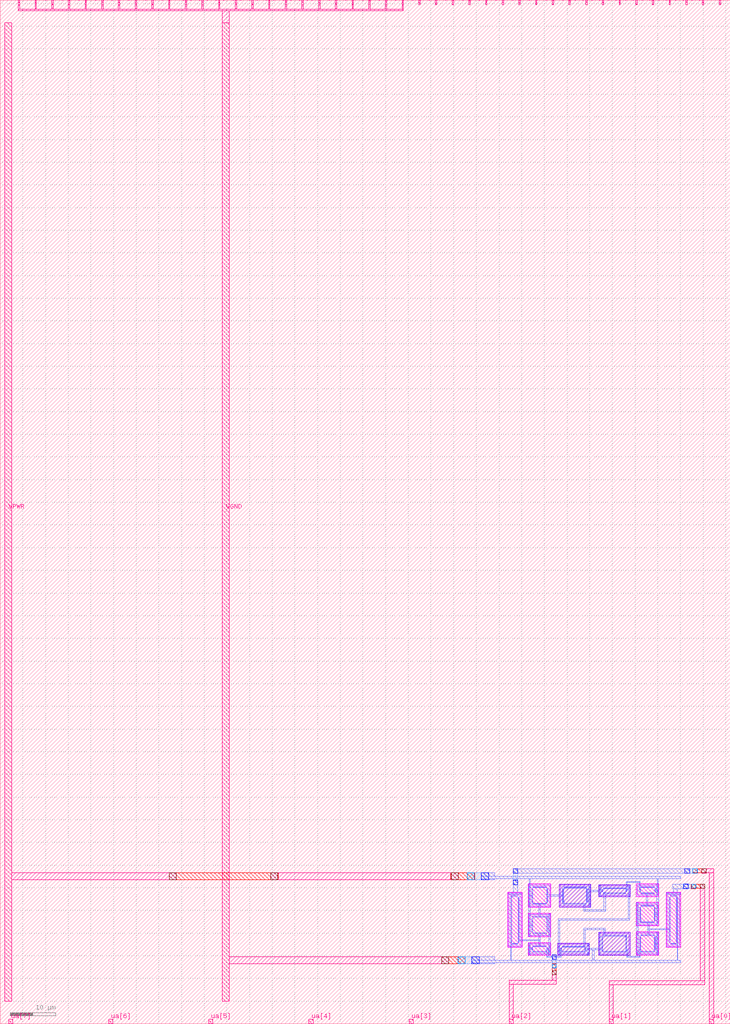
<source format=lef>
VERSION 5.7 ;
  NOWIREEXTENSIONATPIN ON ;
  DIVIDERCHAR "/" ;
  BUSBITCHARS "[]" ;
MACRO tt_um_Saitama224_comp
  CLASS BLOCK ;
  FOREIGN tt_um_Saitama224_comp ;
  ORIGIN 0.000 0.000 ;
  SIZE 161.000 BY 225.760 ;
  PIN clk
    DIRECTION INPUT ;
    USE SIGNAL ;
    PORT
      LAYER met4 ;
        RECT 154.870 224.760 155.170 225.760 ;
    END
  END clk
  PIN ena
    DIRECTION INPUT ;
    USE SIGNAL ;
    PORT
      LAYER met4 ;
        RECT 158.550 224.760 158.850 225.760 ;
    END
  END ena
  PIN rst_n
    DIRECTION INPUT ;
    USE SIGNAL ;
    PORT
      LAYER met4 ;
        RECT 151.190 224.760 151.490 225.760 ;
    END
  END rst_n
  PIN ua[0]
    DIRECTION INOUT ;
    USE SIGNAL ;
    PORT
      LAYER met4 ;
        RECT 156.410 0.000 157.310 1.000 ;
    END
  END ua[0]
  PIN ua[1]
    DIRECTION INOUT ;
    USE SIGNAL ;
    PORT
      LAYER met4 ;
        RECT 134.330 0.000 135.230 1.000 ;
    END
  END ua[1]
  PIN ua[2]
    DIRECTION INOUT ;
    USE SIGNAL ;
    PORT
      LAYER met4 ;
        RECT 112.250 0.000 113.150 1.000 ;
    END
  END ua[2]
  PIN ua[3]
    DIRECTION INOUT ;
    USE SIGNAL ;
    PORT
      LAYER met4 ;
        RECT 90.170 0.000 91.070 1.000 ;
    END
  END ua[3]
  PIN ua[4]
    DIRECTION INOUT ;
    USE SIGNAL ;
    PORT
      LAYER met4 ;
        RECT 68.090 0.000 68.990 1.000 ;
    END
  END ua[4]
  PIN ua[5]
    DIRECTION INOUT ;
    USE SIGNAL ;
    PORT
      LAYER met4 ;
        RECT 46.010 0.000 46.910 1.000 ;
    END
  END ua[5]
  PIN ua[6]
    DIRECTION INOUT ;
    USE SIGNAL ;
    PORT
      LAYER met4 ;
        RECT 23.930 0.000 24.830 1.000 ;
    END
  END ua[6]
  PIN ua[7]
    DIRECTION INOUT ;
    USE SIGNAL ;
    PORT
      LAYER met4 ;
        RECT 1.850 0.000 2.750 1.000 ;
    END
  END ua[7]
  PIN ui_in[0]
    DIRECTION INPUT ;
    USE SIGNAL ;
    PORT
      LAYER met4 ;
        RECT 147.510 224.760 147.810 225.760 ;
    END
  END ui_in[0]
  PIN ui_in[1]
    DIRECTION INPUT ;
    USE SIGNAL ;
    PORT
      LAYER met4 ;
        RECT 143.830 224.760 144.130 225.760 ;
    END
  END ui_in[1]
  PIN ui_in[2]
    DIRECTION INPUT ;
    USE SIGNAL ;
    PORT
      LAYER met4 ;
        RECT 140.150 224.760 140.450 225.760 ;
    END
  END ui_in[2]
  PIN ui_in[3]
    DIRECTION INPUT ;
    USE SIGNAL ;
    PORT
      LAYER met4 ;
        RECT 136.470 224.760 136.770 225.760 ;
    END
  END ui_in[3]
  PIN ui_in[4]
    DIRECTION INPUT ;
    USE SIGNAL ;
    PORT
      LAYER met4 ;
        RECT 132.790 224.760 133.090 225.760 ;
    END
  END ui_in[4]
  PIN ui_in[5]
    DIRECTION INPUT ;
    USE SIGNAL ;
    PORT
      LAYER met4 ;
        RECT 129.110 224.760 129.410 225.760 ;
    END
  END ui_in[5]
  PIN ui_in[6]
    DIRECTION INPUT ;
    USE SIGNAL ;
    PORT
      LAYER met4 ;
        RECT 125.430 224.760 125.730 225.760 ;
    END
  END ui_in[6]
  PIN ui_in[7]
    DIRECTION INPUT ;
    USE SIGNAL ;
    PORT
      LAYER met4 ;
        RECT 121.750 224.760 122.050 225.760 ;
    END
  END ui_in[7]
  PIN uio_in[0]
    DIRECTION INPUT ;
    USE SIGNAL ;
    PORT
      LAYER met4 ;
        RECT 118.070 224.760 118.370 225.760 ;
    END
  END uio_in[0]
  PIN uio_in[1]
    DIRECTION INPUT ;
    USE SIGNAL ;
    PORT
      LAYER met4 ;
        RECT 114.390 224.760 114.690 225.760 ;
    END
  END uio_in[1]
  PIN uio_in[2]
    DIRECTION INPUT ;
    USE SIGNAL ;
    PORT
      LAYER met4 ;
        RECT 110.710 224.760 111.010 225.760 ;
    END
  END uio_in[2]
  PIN uio_in[3]
    DIRECTION INPUT ;
    USE SIGNAL ;
    PORT
      LAYER met4 ;
        RECT 107.030 224.760 107.330 225.760 ;
    END
  END uio_in[3]
  PIN uio_in[4]
    DIRECTION INPUT ;
    USE SIGNAL ;
    PORT
      LAYER met4 ;
        RECT 103.350 224.760 103.650 225.760 ;
    END
  END uio_in[4]
  PIN uio_in[5]
    DIRECTION INPUT ;
    USE SIGNAL ;
    PORT
      LAYER met4 ;
        RECT 99.670 224.760 99.970 225.760 ;
    END
  END uio_in[5]
  PIN uio_in[6]
    DIRECTION INPUT ;
    USE SIGNAL ;
    PORT
      LAYER met4 ;
        RECT 95.990 224.760 96.290 225.760 ;
    END
  END uio_in[6]
  PIN uio_in[7]
    DIRECTION INPUT ;
    USE SIGNAL ;
    PORT
      LAYER met4 ;
        RECT 92.310 224.760 92.610 225.760 ;
    END
  END uio_in[7]
  PIN uio_oe[0]
    DIRECTION OUTPUT TRISTATE ;
    USE SIGNAL ;
    PORT
      LAYER met4 ;
        RECT 29.750 224.760 30.050 225.760 ;
    END
  END uio_oe[0]
  PIN uio_oe[1]
    DIRECTION OUTPUT TRISTATE ;
    USE SIGNAL ;
    PORT
      LAYER met4 ;
        RECT 26.070 224.760 26.370 225.760 ;
    END
  END uio_oe[1]
  PIN uio_oe[2]
    DIRECTION OUTPUT TRISTATE ;
    USE SIGNAL ;
    PORT
      LAYER met4 ;
        RECT 22.390 224.760 22.690 225.760 ;
    END
  END uio_oe[2]
  PIN uio_oe[3]
    DIRECTION OUTPUT TRISTATE ;
    USE SIGNAL ;
    PORT
      LAYER met4 ;
        RECT 18.710 224.760 19.010 225.760 ;
    END
  END uio_oe[3]
  PIN uio_oe[4]
    DIRECTION OUTPUT TRISTATE ;
    USE SIGNAL ;
    PORT
      LAYER met4 ;
        RECT 15.030 224.760 15.330 225.760 ;
    END
  END uio_oe[4]
  PIN uio_oe[5]
    DIRECTION OUTPUT TRISTATE ;
    USE SIGNAL ;
    PORT
      LAYER met4 ;
        RECT 11.350 224.760 11.650 225.760 ;
    END
  END uio_oe[5]
  PIN uio_oe[6]
    DIRECTION OUTPUT TRISTATE ;
    USE SIGNAL ;
    PORT
      LAYER met4 ;
        RECT 7.670 224.760 7.970 225.760 ;
    END
  END uio_oe[6]
  PIN uio_oe[7]
    DIRECTION OUTPUT TRISTATE ;
    USE SIGNAL ;
    PORT
      LAYER met4 ;
        RECT 3.990 224.760 4.290 225.760 ;
    END
  END uio_oe[7]
  PIN uio_out[0]
    DIRECTION OUTPUT TRISTATE ;
    USE SIGNAL ;
    PORT
      LAYER met4 ;
        RECT 59.190 224.760 59.490 225.760 ;
    END
  END uio_out[0]
  PIN uio_out[1]
    DIRECTION OUTPUT TRISTATE ;
    USE SIGNAL ;
    PORT
      LAYER met4 ;
        RECT 55.510 224.760 55.810 225.760 ;
    END
  END uio_out[1]
  PIN uio_out[2]
    DIRECTION OUTPUT TRISTATE ;
    USE SIGNAL ;
    PORT
      LAYER met4 ;
        RECT 51.830 224.760 52.130 225.760 ;
    END
  END uio_out[2]
  PIN uio_out[3]
    DIRECTION OUTPUT TRISTATE ;
    USE SIGNAL ;
    PORT
      LAYER met4 ;
        RECT 48.150 224.760 48.450 225.760 ;
    END
  END uio_out[3]
  PIN uio_out[4]
    DIRECTION OUTPUT TRISTATE ;
    USE SIGNAL ;
    PORT
      LAYER met4 ;
        RECT 44.470 224.760 44.770 225.760 ;
    END
  END uio_out[4]
  PIN uio_out[5]
    DIRECTION OUTPUT TRISTATE ;
    USE SIGNAL ;
    PORT
      LAYER met4 ;
        RECT 40.790 224.760 41.090 225.760 ;
    END
  END uio_out[5]
  PIN uio_out[6]
    DIRECTION OUTPUT TRISTATE ;
    USE SIGNAL ;
    PORT
      LAYER met4 ;
        RECT 37.110 224.760 37.410 225.760 ;
    END
  END uio_out[6]
  PIN uio_out[7]
    DIRECTION OUTPUT TRISTATE ;
    USE SIGNAL ;
    PORT
      LAYER met4 ;
        RECT 33.430 224.760 33.730 225.760 ;
    END
  END uio_out[7]
  PIN uo_out[0]
    DIRECTION OUTPUT TRISTATE ;
    USE SIGNAL ;
    PORT
      LAYER met4 ;
        RECT 88.630 224.760 88.930 225.760 ;
    END
  END uo_out[0]
  PIN uo_out[1]
    DIRECTION OUTPUT TRISTATE ;
    USE SIGNAL ;
    PORT
      LAYER met4 ;
        RECT 84.950 224.760 85.250 225.760 ;
    END
  END uo_out[1]
  PIN uo_out[2]
    DIRECTION OUTPUT TRISTATE ;
    USE SIGNAL ;
    PORT
      LAYER met4 ;
        RECT 81.270 224.760 81.570 225.760 ;
    END
  END uo_out[2]
  PIN uo_out[3]
    DIRECTION OUTPUT TRISTATE ;
    USE SIGNAL ;
    PORT
      LAYER met4 ;
        RECT 77.590 224.760 77.890 225.760 ;
    END
  END uo_out[3]
  PIN uo_out[4]
    DIRECTION OUTPUT TRISTATE ;
    USE SIGNAL ;
    PORT
      LAYER met4 ;
        RECT 73.910 224.760 74.210 225.760 ;
    END
  END uo_out[4]
  PIN uo_out[5]
    DIRECTION OUTPUT TRISTATE ;
    USE SIGNAL ;
    PORT
      LAYER met4 ;
        RECT 70.230 224.760 70.530 225.760 ;
    END
  END uo_out[5]
  PIN uo_out[6]
    DIRECTION OUTPUT TRISTATE ;
    USE SIGNAL ;
    PORT
      LAYER met4 ;
        RECT 66.550 224.760 66.850 225.760 ;
    END
  END uo_out[6]
  PIN uo_out[7]
    DIRECTION OUTPUT TRISTATE ;
    USE SIGNAL ;
    PORT
      LAYER met4 ;
        RECT 62.870 224.760 63.170 225.760 ;
    END
  END uo_out[7]
  PIN VPWR
    DIRECTION INOUT ;
    USE POWER ;
    PORT
      LAYER met4 ;
        RECT 1.000 5.000 2.500 220.760 ;
    END
  END VPWR
  PIN VGND
    DIRECTION INOUT ;
    USE GROUND ;
    PORT
      LAYER met4 ;
        RECT 49.000 5.000 50.500 220.760 ;
    END
  END VGND
  OBS
      LAYER nwell ;
        RECT 111.890 16.830 115.150 29.020 ;
        RECT 116.480 25.650 121.440 30.840 ;
      LAYER pwell ;
        RECT 123.280 25.720 130.240 30.820 ;
        RECT 131.970 28.030 138.930 30.700 ;
      LAYER nwell ;
        RECT 140.290 28.050 145.250 30.840 ;
        RECT 116.485 19.185 121.445 24.375 ;
        RECT 140.270 21.570 145.230 26.760 ;
        RECT 116.470 15.110 121.430 17.900 ;
      LAYER pwell ;
        RECT 122.930 15.100 129.890 17.770 ;
        RECT 131.950 15.090 138.910 20.190 ;
      LAYER nwell ;
        RECT 140.280 15.100 145.240 20.290 ;
        RECT 146.830 16.830 150.090 29.020 ;
      LAYER li1 ;
        RECT 116.660 30.490 121.260 30.660 ;
        RECT 116.660 30.180 116.830 30.490 ;
        RECT 112.550 28.840 114.500 28.860 ;
        RECT 112.070 28.670 114.970 28.840 ;
        RECT 112.070 17.180 112.240 28.670 ;
        RECT 112.550 28.640 114.500 28.670 ;
        RECT 112.870 28.160 114.170 28.330 ;
        RECT 112.640 17.905 112.810 27.945 ;
        RECT 114.230 17.905 114.400 27.945 ;
        RECT 112.870 17.520 114.170 17.690 ;
        RECT 114.800 17.180 114.970 28.670 ;
        RECT 116.630 26.310 116.850 30.180 ;
        RECT 117.460 29.980 120.460 30.150 ;
        RECT 117.230 26.725 117.400 29.765 ;
        RECT 120.520 26.725 120.690 29.765 ;
        RECT 117.460 26.340 120.460 26.510 ;
        RECT 116.660 26.000 116.830 26.310 ;
        RECT 121.090 26.000 121.260 30.490 ;
        RECT 116.660 25.830 121.260 26.000 ;
        RECT 123.460 30.470 130.060 30.640 ;
        RECT 123.460 26.070 123.630 30.470 ;
        RECT 129.890 30.160 130.060 30.470 ;
        RECT 132.150 30.350 138.750 30.520 ;
        RECT 124.260 29.960 129.260 30.130 ;
        RECT 124.030 26.750 124.200 29.790 ;
        RECT 129.320 26.750 129.490 29.790 ;
        RECT 124.260 26.410 129.260 26.580 ;
        RECT 129.860 26.380 130.090 30.160 ;
        RECT 132.150 30.040 132.320 30.350 ;
        RECT 138.580 30.040 138.750 30.350 ;
        RECT 140.470 30.490 145.070 30.660 ;
        RECT 132.120 28.690 132.340 30.040 ;
        RECT 132.950 29.840 137.950 30.010 ;
        RECT 132.720 29.060 132.890 29.670 ;
        RECT 138.010 29.060 138.180 29.670 ;
        RECT 132.950 28.720 137.950 28.890 ;
        RECT 138.550 28.690 138.790 30.040 ;
        RECT 132.150 28.380 132.320 28.690 ;
        RECT 138.580 28.380 138.750 28.690 ;
        RECT 132.150 28.210 138.750 28.380 ;
        RECT 140.470 28.400 140.640 30.490 ;
        RECT 144.900 30.180 145.070 30.490 ;
        RECT 141.270 29.980 144.270 30.150 ;
        RECT 141.040 29.125 141.210 29.765 ;
        RECT 144.330 29.125 144.500 29.765 ;
        RECT 141.270 28.740 144.270 28.910 ;
        RECT 144.870 28.710 145.100 30.180 ;
        RECT 147.490 28.840 149.430 28.860 ;
        RECT 144.900 28.400 145.070 28.710 ;
        RECT 140.470 28.230 145.070 28.400 ;
        RECT 147.010 28.670 149.910 28.840 ;
        RECT 140.450 26.410 145.050 26.580 ;
        RECT 129.890 26.070 130.060 26.380 ;
        RECT 140.450 26.100 140.620 26.410 ;
        RECT 144.880 26.100 145.050 26.410 ;
        RECT 123.460 25.900 130.060 26.070 ;
        RECT 116.665 24.025 121.265 24.195 ;
        RECT 116.665 23.720 116.835 24.025 ;
        RECT 121.095 23.720 121.265 24.025 ;
        RECT 116.640 19.840 116.860 23.720 ;
        RECT 117.465 23.515 120.465 23.685 ;
        RECT 117.235 20.260 117.405 23.300 ;
        RECT 120.525 20.260 120.695 23.300 ;
        RECT 117.465 19.875 120.465 20.045 ;
        RECT 121.080 19.840 121.290 23.720 ;
        RECT 140.420 22.230 140.650 26.100 ;
        RECT 141.250 25.900 144.250 26.070 ;
        RECT 141.020 22.645 141.190 25.685 ;
        RECT 144.310 22.645 144.480 25.685 ;
        RECT 141.250 22.260 144.250 22.430 ;
        RECT 144.850 22.230 145.080 26.100 ;
        RECT 140.450 21.920 140.620 22.230 ;
        RECT 144.880 21.920 145.050 22.230 ;
        RECT 140.450 21.750 145.050 21.920 ;
        RECT 132.130 19.840 138.730 20.010 ;
        RECT 116.665 19.535 116.835 19.840 ;
        RECT 121.095 19.535 121.265 19.840 ;
        RECT 116.665 19.365 121.265 19.535 ;
        RECT 132.130 19.530 132.300 19.840 ;
        RECT 116.650 17.550 121.250 17.720 ;
        RECT 116.650 17.240 116.820 17.550 ;
        RECT 121.080 17.240 121.250 17.550 ;
        RECT 123.110 17.420 129.710 17.590 ;
        RECT 112.070 17.010 114.970 17.180 ;
        RECT 116.630 15.770 116.850 17.240 ;
        RECT 117.450 17.040 120.450 17.210 ;
        RECT 117.220 16.185 117.390 16.825 ;
        RECT 120.510 16.185 120.680 16.825 ;
        RECT 117.450 15.800 120.450 15.970 ;
        RECT 121.060 15.770 121.280 17.240 ;
        RECT 123.110 17.110 123.280 17.420 ;
        RECT 129.540 17.110 129.710 17.420 ;
        RECT 116.650 15.460 116.820 15.770 ;
        RECT 121.080 15.460 121.250 15.770 ;
        RECT 123.060 15.760 123.320 17.110 ;
        RECT 123.910 16.910 128.910 17.080 ;
        RECT 123.680 16.130 123.850 16.740 ;
        RECT 128.970 16.130 129.140 16.740 ;
        RECT 123.910 15.790 128.910 15.960 ;
        RECT 129.510 15.760 129.750 17.110 ;
        RECT 116.650 15.290 121.250 15.460 ;
        RECT 123.110 15.450 123.280 15.760 ;
        RECT 129.540 15.450 129.710 15.760 ;
        RECT 132.110 15.750 132.330 19.530 ;
        RECT 132.930 19.330 137.930 19.500 ;
        RECT 132.700 16.120 132.870 19.160 ;
        RECT 137.990 16.120 138.160 19.160 ;
        RECT 132.930 15.780 137.930 15.950 ;
        RECT 123.110 15.280 129.710 15.450 ;
        RECT 132.130 15.440 132.300 15.750 ;
        RECT 138.560 15.440 138.730 19.840 ;
        RECT 140.460 19.940 145.060 20.110 ;
        RECT 140.460 19.630 140.630 19.940 ;
        RECT 144.890 19.630 145.060 19.940 ;
        RECT 140.430 15.760 140.660 19.630 ;
        RECT 141.260 19.430 144.260 19.600 ;
        RECT 141.030 16.175 141.200 19.215 ;
        RECT 144.320 16.175 144.490 19.215 ;
        RECT 141.260 15.790 144.260 15.960 ;
        RECT 144.870 15.760 145.080 19.630 ;
        RECT 147.010 17.180 147.180 28.670 ;
        RECT 147.490 28.650 149.430 28.670 ;
        RECT 147.810 28.160 149.110 28.330 ;
        RECT 147.580 17.905 147.750 27.945 ;
        RECT 149.170 17.905 149.340 27.945 ;
        RECT 147.810 17.520 149.110 17.690 ;
        RECT 149.740 17.180 149.910 28.670 ;
        RECT 147.010 17.010 149.910 17.180 ;
        RECT 132.130 15.270 138.730 15.440 ;
        RECT 140.460 15.450 140.630 15.760 ;
        RECT 144.890 15.450 145.060 15.760 ;
        RECT 140.460 15.280 145.060 15.450 ;
      LAYER mcon ;
        RECT 112.950 28.160 114.090 28.330 ;
        RECT 112.640 17.985 112.810 27.865 ;
        RECT 114.230 17.985 114.400 27.865 ;
        RECT 112.950 17.520 114.090 17.690 ;
        RECT 116.630 26.310 116.850 30.180 ;
        RECT 117.540 29.980 120.380 30.150 ;
        RECT 117.230 26.805 117.400 29.685 ;
        RECT 120.520 26.805 120.690 29.685 ;
        RECT 117.540 26.340 120.380 26.510 ;
        RECT 124.340 29.960 129.180 30.130 ;
        RECT 124.030 26.830 124.200 29.710 ;
        RECT 129.320 26.830 129.490 29.710 ;
        RECT 124.340 26.410 129.180 26.580 ;
        RECT 129.860 26.380 130.090 30.160 ;
        RECT 132.120 28.690 132.340 30.040 ;
        RECT 133.030 29.840 137.870 30.010 ;
        RECT 132.720 29.140 132.890 29.590 ;
        RECT 138.010 29.140 138.180 29.590 ;
        RECT 133.030 28.720 137.870 28.890 ;
        RECT 138.550 28.690 138.790 30.040 ;
        RECT 141.350 29.980 144.190 30.150 ;
        RECT 141.040 29.205 141.210 29.685 ;
        RECT 144.330 29.205 144.500 29.685 ;
        RECT 141.350 28.740 144.190 28.910 ;
        RECT 144.870 28.710 145.100 30.180 ;
        RECT 117.545 23.515 120.385 23.685 ;
        RECT 117.235 20.340 117.405 23.220 ;
        RECT 120.525 20.340 120.695 23.220 ;
        RECT 117.545 19.875 120.385 20.045 ;
        RECT 140.420 22.230 140.650 26.100 ;
        RECT 141.330 25.900 144.170 26.070 ;
        RECT 141.020 22.725 141.190 25.605 ;
        RECT 144.310 22.725 144.480 25.605 ;
        RECT 141.330 22.260 144.170 22.430 ;
        RECT 144.850 22.230 145.080 26.100 ;
        RECT 116.630 15.770 116.850 17.240 ;
        RECT 117.530 17.040 120.370 17.210 ;
        RECT 117.220 16.265 117.390 16.745 ;
        RECT 120.510 16.265 120.680 16.745 ;
        RECT 117.530 15.800 120.370 15.970 ;
        RECT 121.060 15.770 121.280 17.240 ;
        RECT 123.060 15.760 123.320 17.110 ;
        RECT 123.990 16.910 128.830 17.080 ;
        RECT 123.680 16.210 123.850 16.660 ;
        RECT 128.970 16.210 129.140 16.660 ;
        RECT 123.990 15.790 128.830 15.960 ;
        RECT 129.510 15.760 129.750 17.110 ;
        RECT 132.110 15.750 132.330 19.530 ;
        RECT 133.010 19.330 137.850 19.500 ;
        RECT 132.700 16.200 132.870 19.080 ;
        RECT 137.990 16.200 138.160 19.080 ;
        RECT 133.010 15.780 137.850 15.950 ;
        RECT 140.430 15.760 140.660 19.630 ;
        RECT 141.340 19.430 144.180 19.600 ;
        RECT 141.030 16.255 141.200 19.135 ;
        RECT 144.320 16.255 144.490 19.135 ;
        RECT 141.340 15.790 144.180 15.960 ;
        RECT 144.870 15.760 145.080 19.630 ;
        RECT 147.890 28.160 149.030 28.330 ;
        RECT 147.580 17.985 147.750 27.865 ;
        RECT 149.170 17.985 149.340 27.865 ;
        RECT 147.890 17.520 149.030 17.690 ;
      LAYER met1 ;
        RECT 151.020 34.210 152.020 34.240 ;
        RECT 106.040 32.530 109.030 33.350 ;
        RECT 113.090 33.210 152.020 34.210 ;
        RECT 151.020 33.180 152.020 33.210 ;
        RECT 106.040 32.000 150.080 32.530 ;
        RECT 106.040 31.730 109.030 32.000 ;
        RECT 113.120 28.960 114.120 31.710 ;
        RECT 116.630 30.720 116.870 32.000 ;
        RECT 138.080 31.180 141.140 31.370 ;
        RECT 111.970 28.580 115.080 28.960 ;
        RECT 116.570 28.370 116.920 30.720 ;
        RECT 117.480 29.950 120.440 30.180 ;
        RECT 124.280 29.930 129.240 30.160 ;
        RECT 117.200 28.370 117.430 29.745 ;
        RECT 112.890 28.340 114.150 28.360 ;
        RECT 112.630 28.130 114.150 28.340 ;
        RECT 116.570 28.140 117.430 28.370 ;
        RECT 112.630 27.925 112.930 28.130 ;
        RECT 112.610 27.900 112.930 27.925 ;
        RECT 112.610 18.080 112.840 27.900 ;
        RECT 112.540 17.925 112.840 18.080 ;
        RECT 114.200 18.550 114.430 27.925 ;
        RECT 116.570 21.870 116.920 28.140 ;
        RECT 117.200 26.745 117.430 28.140 ;
        RECT 120.490 28.430 120.720 29.745 ;
        RECT 124.000 28.430 124.230 29.770 ;
        RECT 120.490 28.170 124.230 28.430 ;
        RECT 120.490 26.745 120.720 28.170 ;
        RECT 124.000 26.990 124.230 28.170 ;
        RECT 129.290 29.460 129.520 29.770 ;
        RECT 129.820 29.460 130.170 30.740 ;
        RECT 132.060 29.460 132.410 30.600 ;
        RECT 132.970 29.810 137.930 30.040 ;
        RECT 138.080 29.650 138.300 31.180 ;
        RECT 132.690 29.460 132.920 29.650 ;
        RECT 129.290 29.150 132.920 29.460 ;
        RECT 124.000 26.770 124.430 26.990 ;
        RECT 129.290 26.770 129.520 29.150 ;
        RECT 124.090 26.610 124.430 26.770 ;
        RECT 117.480 26.310 120.440 26.540 ;
        RECT 124.090 26.390 129.240 26.610 ;
        RECT 124.280 26.380 129.240 26.390 ;
        RECT 118.750 23.715 119.050 26.310 ;
        RECT 128.710 25.190 129.050 26.380 ;
        RECT 129.820 25.840 130.170 29.150 ;
        RECT 132.060 28.140 132.410 29.150 ;
        RECT 132.690 29.080 132.920 29.150 ;
        RECT 137.980 29.560 138.300 29.650 ;
        RECT 137.980 29.080 138.210 29.560 ;
        RECT 133.150 28.920 133.510 28.950 ;
        RECT 132.970 28.690 137.930 28.920 ;
        RECT 133.150 25.190 133.510 28.690 ;
        RECT 138.490 28.130 138.870 30.610 ;
        RECT 140.920 29.745 141.140 31.180 ;
        RECT 144.900 30.740 145.140 32.000 ;
        RECT 150.700 30.810 151.700 30.840 ;
        RECT 141.290 29.950 144.250 30.180 ;
        RECT 140.920 29.560 141.240 29.745 ;
        RECT 141.010 29.460 141.240 29.560 ;
        RECT 144.300 29.510 144.530 29.745 ;
        RECT 144.810 29.510 145.180 30.740 ;
        RECT 148.365 29.810 151.700 30.810 ;
        RECT 141.010 29.200 141.250 29.460 ;
        RECT 144.300 29.300 145.180 29.510 ;
        RECT 141.010 29.145 141.240 29.200 ;
        RECT 144.300 29.145 144.530 29.300 ;
        RECT 141.290 28.710 144.250 28.940 ;
        RECT 128.710 24.820 133.510 25.190 ;
        RECT 128.710 24.810 129.050 24.820 ;
        RECT 117.485 23.700 120.445 23.715 ;
        RECT 117.485 23.485 120.710 23.700 ;
        RECT 120.380 23.280 120.710 23.485 ;
        RECT 117.205 21.870 117.435 23.280 ;
        RECT 120.380 23.040 120.725 23.280 ;
        RECT 116.570 21.650 117.435 21.870 ;
        RECT 116.570 19.310 116.920 21.650 ;
        RECT 117.205 20.280 117.435 21.650 ;
        RECT 120.495 20.280 120.725 23.040 ;
        RECT 117.485 19.845 120.445 20.075 ;
        RECT 118.750 18.550 119.050 19.845 ;
        RECT 114.200 18.290 119.050 18.550 ;
        RECT 114.200 17.925 114.430 18.290 ;
        RECT 104.000 14.030 109.020 14.830 ;
        RECT 112.540 14.030 112.740 17.925 ;
        RECT 112.890 17.490 114.150 17.720 ;
        RECT 116.570 16.610 116.920 17.770 ;
        RECT 118.750 17.240 119.050 18.290 ;
        RECT 117.470 17.010 120.430 17.240 ;
        RECT 117.190 16.610 117.420 16.805 ;
        RECT 116.570 16.400 117.420 16.610 ;
        RECT 116.570 15.250 116.920 16.400 ;
        RECT 117.190 16.205 117.420 16.400 ;
        RECT 120.480 16.510 120.710 16.805 ;
        RECT 120.480 16.205 120.820 16.510 ;
        RECT 117.470 15.770 120.430 16.000 ;
        RECT 120.580 14.940 120.820 16.205 ;
        RECT 121.020 15.200 121.340 24.310 ;
        RECT 138.540 23.120 138.810 28.130 ;
        RECT 123.030 22.780 138.810 23.120 ;
        RECT 123.030 17.670 123.350 22.780 ;
        RECT 128.650 20.740 133.450 21.110 ;
        RECT 122.980 15.210 123.370 17.670 ;
        RECT 128.650 17.110 129.010 20.740 ;
        RECT 123.930 16.980 129.010 17.110 ;
        RECT 123.930 16.880 128.890 16.980 ;
        RECT 123.650 16.510 123.880 16.720 ;
        RECT 123.530 16.150 123.880 16.510 ;
        RECT 128.940 16.620 129.170 16.720 ;
        RECT 129.470 16.620 129.840 17.670 ;
        RECT 132.050 16.620 132.370 20.120 ;
        RECT 133.110 19.530 133.450 20.740 ;
        RECT 132.950 19.520 137.910 19.530 ;
        RECT 132.950 19.300 138.150 19.520 ;
        RECT 137.810 19.140 138.150 19.300 ;
        RECT 132.670 16.620 132.900 19.140 ;
        RECT 137.810 19.030 138.190 19.140 ;
        RECT 128.940 16.310 132.900 16.620 ;
        RECT 128.940 16.150 129.170 16.310 ;
        RECT 121.700 14.940 122.660 15.210 ;
        RECT 123.530 14.940 123.770 16.150 ;
        RECT 123.930 15.760 128.890 15.990 ;
        RECT 129.470 15.200 129.840 16.310 ;
        RECT 120.580 14.680 123.770 14.940 ;
        RECT 121.700 14.250 122.660 14.680 ;
        RECT 130.570 14.030 131.030 16.310 ;
        RECT 132.050 15.210 132.370 16.310 ;
        RECT 132.670 16.140 132.900 16.310 ;
        RECT 137.960 16.390 138.190 19.030 ;
        RECT 137.960 16.140 138.370 16.390 ;
        RECT 132.950 15.750 137.910 15.980 ;
        RECT 138.150 14.920 138.370 16.140 ;
        RECT 140.370 15.200 140.730 26.680 ;
        RECT 142.460 26.100 142.760 28.710 ;
        RECT 141.270 25.870 144.230 26.100 ;
        RECT 140.990 22.940 141.220 25.665 ;
        RECT 144.280 24.240 144.510 25.665 ;
        RECT 144.810 24.240 145.180 29.300 ;
        RECT 148.385 28.930 149.350 29.810 ;
        RECT 150.700 29.780 151.700 29.810 ;
        RECT 146.950 28.590 150.000 28.930 ;
        RECT 147.830 28.310 149.090 28.360 ;
        RECT 147.830 28.130 149.360 28.310 ;
        RECT 149.060 27.925 149.360 28.130 ;
        RECT 144.280 24.040 145.180 24.240 ;
        RECT 140.990 22.665 141.360 22.940 ;
        RECT 144.280 22.665 144.510 24.040 ;
        RECT 141.030 22.460 141.360 22.665 ;
        RECT 141.030 22.280 144.230 22.460 ;
        RECT 141.270 22.230 144.230 22.280 ;
        RECT 142.810 20.960 143.110 22.230 ;
        RECT 144.810 21.660 145.180 24.040 ;
        RECT 147.550 20.960 147.780 27.925 ;
        RECT 149.060 27.870 149.370 27.925 ;
        RECT 142.810 20.700 147.780 20.960 ;
        RECT 142.810 19.630 143.110 20.700 ;
        RECT 141.280 19.400 144.240 19.630 ;
        RECT 141.000 16.390 141.230 19.195 ;
        RECT 140.910 16.195 141.230 16.390 ;
        RECT 144.290 17.790 144.520 19.195 ;
        RECT 144.820 17.790 145.160 20.190 ;
        RECT 147.550 17.925 147.780 20.700 ;
        RECT 149.140 18.090 149.370 27.870 ;
        RECT 149.140 17.925 149.460 18.090 ;
        RECT 144.290 17.590 145.160 17.790 ;
        RECT 144.290 16.195 144.520 17.590 ;
        RECT 140.910 14.920 141.130 16.195 ;
        RECT 141.280 15.760 144.240 15.990 ;
        RECT 144.820 15.190 145.160 17.590 ;
        RECT 147.830 17.490 149.090 17.720 ;
        RECT 138.150 14.660 141.130 14.920 ;
        RECT 149.260 14.030 149.460 17.925 ;
        RECT 104.000 13.500 150.080 14.030 ;
        RECT 104.000 13.210 109.020 13.500 ;
      LAYER via ;
        RECT 106.080 31.730 107.700 33.350 ;
        RECT 113.120 33.210 114.120 34.210 ;
        RECT 151.020 33.210 152.020 34.210 ;
        RECT 113.120 30.680 114.120 31.680 ;
        RECT 150.700 29.810 151.700 30.810 ;
        RECT 104.040 13.210 105.660 14.830 ;
        RECT 121.730 14.280 122.630 15.180 ;
      LAYER met2 ;
        RECT 102.990 31.730 107.730 33.350 ;
        RECT 113.120 30.650 114.120 34.240 ;
        RECT 150.990 34.190 152.050 34.210 ;
        RECT 150.990 33.230 153.790 34.190 ;
        RECT 150.990 33.210 152.050 33.230 ;
        RECT 150.670 30.790 151.730 30.810 ;
        RECT 150.670 29.830 153.470 30.790 ;
        RECT 150.670 29.810 151.730 29.830 ;
        RECT 100.950 13.210 105.690 14.830 ;
        RECT 121.730 12.280 122.630 15.210 ;
      LAYER via2 ;
        RECT 103.040 31.770 104.580 33.310 ;
        RECT 152.780 33.230 153.740 34.190 ;
        RECT 152.460 29.830 153.420 30.790 ;
        RECT 101.000 13.250 102.540 14.790 ;
        RECT 121.755 12.325 122.605 13.175 ;
      LAYER met3 ;
        RECT 152.755 34.170 153.765 34.215 ;
        RECT 37.285 33.320 38.835 33.345 ;
        RECT 37.280 31.760 61.280 33.320 ;
        RECT 103.015 33.310 104.605 33.335 ;
        RECT 99.400 31.770 104.605 33.310 ;
        RECT 152.755 33.250 155.690 34.170 ;
        RECT 152.755 33.205 153.765 33.250 ;
        RECT 37.285 31.735 38.835 31.760 ;
        RECT 103.015 31.745 104.605 31.770 ;
        RECT 152.435 30.770 153.445 30.815 ;
        RECT 152.435 29.850 155.370 30.770 ;
        RECT 152.435 29.805 153.445 29.850 ;
        RECT 100.975 14.790 102.565 14.815 ;
        RECT 97.360 13.250 102.565 14.790 ;
        RECT 100.975 13.225 102.565 13.250 ;
        RECT 121.730 11.720 122.630 13.200 ;
        RECT 121.700 10.820 122.660 11.720 ;
      LAYER via3 ;
        RECT 37.285 31.765 38.835 33.315 ;
        RECT 59.695 31.765 61.245 33.315 ;
        RECT 99.435 31.775 100.965 33.305 ;
        RECT 154.740 33.250 155.660 34.170 ;
        RECT 154.420 29.850 155.340 30.770 ;
        RECT 97.395 13.255 98.925 14.785 ;
        RECT 121.730 10.820 122.630 11.720 ;
      LAYER met4 ;
        RECT 3.990 223.710 4.290 224.760 ;
        RECT 7.670 223.710 7.970 224.760 ;
        RECT 11.350 223.710 11.650 224.760 ;
        RECT 15.030 223.710 15.330 224.760 ;
        RECT 18.710 223.710 19.010 224.760 ;
        RECT 22.390 223.710 22.690 224.760 ;
        RECT 26.070 223.710 26.370 224.760 ;
        RECT 29.750 223.710 30.050 224.760 ;
        RECT 33.430 223.710 33.730 224.760 ;
        RECT 37.110 223.710 37.410 224.760 ;
        RECT 40.790 223.710 41.090 224.760 ;
        RECT 44.470 223.710 44.770 224.760 ;
        RECT 48.150 223.710 48.450 224.760 ;
        RECT 51.830 223.710 52.130 224.760 ;
        RECT 55.510 223.710 55.810 224.760 ;
        RECT 59.190 223.710 59.490 224.760 ;
        RECT 62.870 223.710 63.170 224.760 ;
        RECT 66.550 223.710 66.850 224.760 ;
        RECT 70.230 223.710 70.530 224.760 ;
        RECT 73.910 223.710 74.210 224.760 ;
        RECT 77.590 223.710 77.890 224.760 ;
        RECT 81.270 223.710 81.570 224.760 ;
        RECT 84.950 223.710 85.250 224.760 ;
        RECT 88.630 223.710 88.930 224.760 ;
        RECT 3.990 223.410 88.930 223.710 ;
        RECT 49.000 220.760 50.500 223.410 ;
        RECT 154.735 34.160 155.665 34.175 ;
        RECT 37.280 33.290 38.840 33.320 ;
        RECT 2.500 31.790 38.840 33.290 ;
        RECT 37.280 31.760 38.840 31.790 ;
        RECT 59.690 33.290 61.250 33.320 ;
        RECT 99.430 33.290 100.970 33.310 ;
        RECT 59.690 31.790 100.970 33.290 ;
        RECT 154.735 33.260 157.310 34.160 ;
        RECT 154.735 33.245 155.665 33.260 ;
        RECT 59.690 31.760 61.250 31.790 ;
        RECT 99.430 31.770 100.970 31.790 ;
        RECT 154.415 30.760 155.345 30.775 ;
        RECT 154.415 29.860 155.370 30.760 ;
        RECT 154.415 29.845 155.345 29.860 ;
        RECT 97.390 14.770 98.930 14.790 ;
        RECT 50.500 13.270 98.930 14.770 ;
        RECT 97.390 13.250 98.930 13.270 ;
        RECT 121.725 10.815 122.635 11.725 ;
        RECT 121.730 9.580 122.630 10.815 ;
        RECT 112.250 8.680 122.630 9.580 ;
        RECT 154.430 9.530 155.330 29.845 ;
        RECT 112.250 1.000 113.150 8.680 ;
        RECT 134.330 8.630 155.330 9.530 ;
        RECT 134.330 1.000 135.230 8.630 ;
        RECT 156.410 1.000 157.310 33.260 ;
  END
END tt_um_Saitama224_comp
END LIBRARY


</source>
